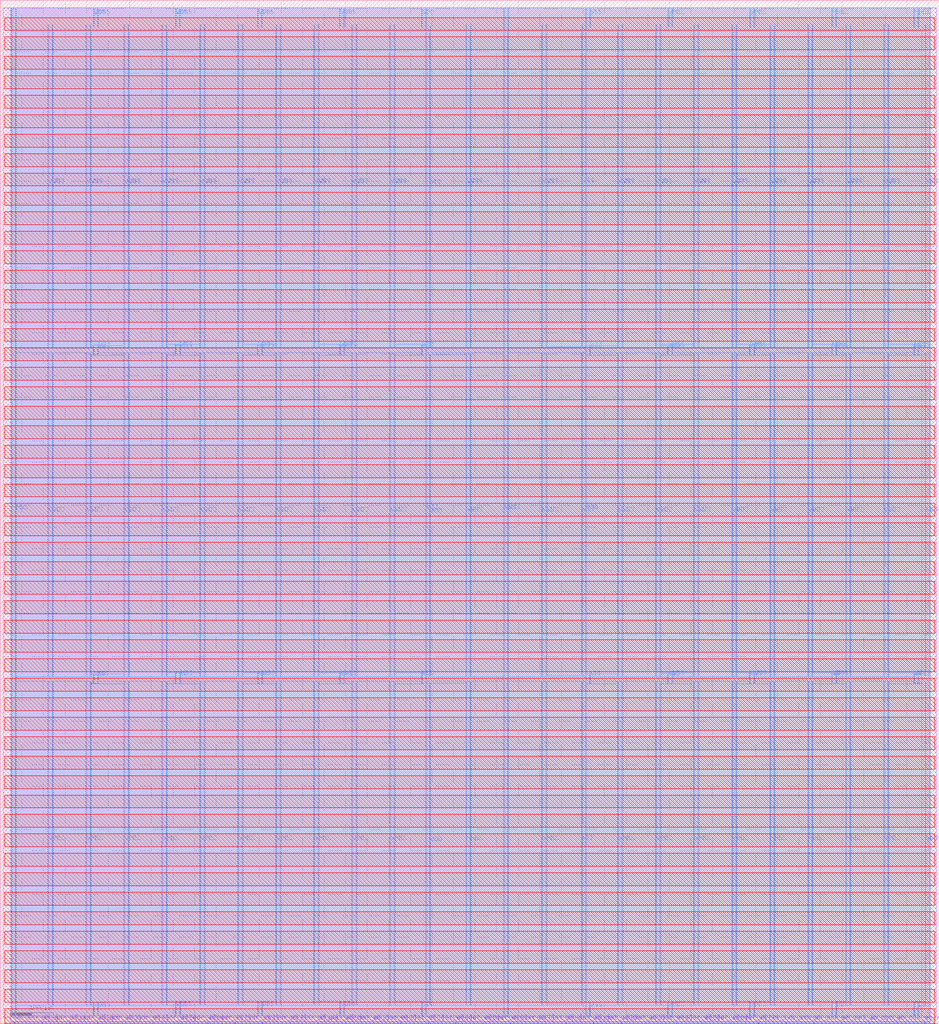
<source format=lef>
VERSION 5.7 ;
  NOWIREEXTENSIONATPIN ON ;
  DIVIDERCHAR "/" ;
  BUSBITCHARS "[]" ;
MACRO efuse_ctrl
  CLASS BLOCK ;
  FOREIGN efuse_ctrl ;
  ORIGIN 0.000 0.000 ;
  SIZE 2175.000 BY 2370.000 ;
  PIN VDD
    DIRECTION INOUT ;
    USE POWER ;
    PORT
      LAYER Metal4 ;
        RECT 25.920 15.380 27.520 2352.300 ;
    END
    PORT
      LAYER Metal4 ;
        RECT 215.920 15.380 217.520 49.720 ;
    END
    PORT
      LAYER Metal4 ;
        RECT 215.920 788.115 217.520 809.720 ;
    END
    PORT
      LAYER Metal4 ;
        RECT 215.920 1548.115 217.520 1569.720 ;
    END
    PORT
      LAYER Metal4 ;
        RECT 215.920 2308.115 217.520 2352.300 ;
    END
    PORT
      LAYER Metal4 ;
        RECT 405.920 15.380 407.520 52.245 ;
    END
    PORT
      LAYER Metal4 ;
        RECT 405.920 787.505 407.520 812.245 ;
    END
    PORT
      LAYER Metal4 ;
        RECT 405.920 1547.505 407.520 1572.245 ;
    END
    PORT
      LAYER Metal4 ;
        RECT 405.920 2307.505 407.520 2352.300 ;
    END
    PORT
      LAYER Metal4 ;
        RECT 595.920 15.380 597.520 52.270 ;
    END
    PORT
      LAYER Metal4 ;
        RECT 595.920 787.505 597.520 812.270 ;
    END
    PORT
      LAYER Metal4 ;
        RECT 595.920 1547.505 597.520 1572.270 ;
    END
    PORT
      LAYER Metal4 ;
        RECT 595.920 2307.505 597.520 2352.300 ;
    END
    PORT
      LAYER Metal4 ;
        RECT 785.920 15.380 787.520 52.270 ;
    END
    PORT
      LAYER Metal4 ;
        RECT 785.920 787.530 787.520 812.270 ;
    END
    PORT
      LAYER Metal4 ;
        RECT 785.920 1547.530 787.520 1572.270 ;
    END
    PORT
      LAYER Metal4 ;
        RECT 785.920 2307.530 787.520 2352.300 ;
    END
    PORT
      LAYER Metal4 ;
        RECT 975.920 15.380 977.520 52.245 ;
    END
    PORT
      LAYER Metal4 ;
        RECT 975.920 787.505 977.520 812.245 ;
    END
    PORT
      LAYER Metal4 ;
        RECT 975.920 1547.505 977.520 1572.245 ;
    END
    PORT
      LAYER Metal4 ;
        RECT 975.920 2307.505 977.520 2352.300 ;
    END
    PORT
      LAYER Metal4 ;
        RECT 1165.920 15.380 1167.520 2352.300 ;
    END
    PORT
      LAYER Metal4 ;
        RECT 1355.920 15.380 1357.520 2352.300 ;
    END
    PORT
      LAYER Metal4 ;
        RECT 1545.920 15.380 1547.520 49.720 ;
    END
    PORT
      LAYER Metal4 ;
        RECT 1545.920 787.530 1547.520 809.720 ;
    END
    PORT
      LAYER Metal4 ;
        RECT 1545.920 1547.530 1547.520 1569.720 ;
    END
    PORT
      LAYER Metal4 ;
        RECT 1545.920 2307.530 1547.520 2352.300 ;
    END
    PORT
      LAYER Metal4 ;
        RECT 1735.920 15.380 1737.520 52.270 ;
    END
    PORT
      LAYER Metal4 ;
        RECT 1735.920 787.505 1737.520 812.270 ;
    END
    PORT
      LAYER Metal4 ;
        RECT 1735.920 1547.505 1737.520 1572.270 ;
    END
    PORT
      LAYER Metal4 ;
        RECT 1735.920 2307.505 1737.520 2352.300 ;
    END
    PORT
      LAYER Metal4 ;
        RECT 1925.920 15.380 1927.520 52.270 ;
    END
    PORT
      LAYER Metal4 ;
        RECT 1925.920 787.505 1927.520 812.270 ;
    END
    PORT
      LAYER Metal4 ;
        RECT 1925.920 1547.505 1927.520 1572.270 ;
    END
    PORT
      LAYER Metal4 ;
        RECT 1925.920 2307.505 1927.520 2352.300 ;
    END
    PORT
      LAYER Metal4 ;
        RECT 2115.920 15.380 2117.520 52.270 ;
    END
    PORT
      LAYER Metal4 ;
        RECT 2115.920 787.530 2117.520 812.270 ;
    END
    PORT
      LAYER Metal4 ;
        RECT 2115.920 1547.530 2117.520 1572.270 ;
    END
    PORT
      LAYER Metal4 ;
        RECT 2115.920 2307.530 2117.520 2352.300 ;
    END
    PORT
      LAYER Metal4 ;
        RECT 110.360 42.820 111.960 792.140 ;
    END
    PORT
      LAYER Metal4 ;
        RECT 198.280 803.300 199.880 1552.620 ;
    END
    PORT
      LAYER Metal4 ;
        RECT 286.200 1563.780 287.800 2313.100 ;
    END
    PORT
      LAYER Metal4 ;
        RECT 110.360 803.300 111.960 1552.620 ;
    END
    PORT
      LAYER Metal4 ;
        RECT 198.280 42.820 199.880 792.140 ;
    END
    PORT
      LAYER Metal4 ;
        RECT 374.120 1563.780 375.720 2313.100 ;
    END
    PORT
      LAYER Metal4 ;
        RECT 110.360 1563.780 111.960 2313.100 ;
    END
    PORT
      LAYER Metal4 ;
        RECT 286.200 42.820 287.800 792.140 ;
    END
    PORT
      LAYER Metal4 ;
        RECT 374.120 803.300 375.720 1552.620 ;
    END
    PORT
      LAYER Metal4 ;
        RECT 198.280 1563.780 199.880 2313.100 ;
    END
    PORT
      LAYER Metal4 ;
        RECT 286.200 803.300 287.800 1552.620 ;
    END
    PORT
      LAYER Metal4 ;
        RECT 374.120 42.820 375.720 792.140 ;
    END
    PORT
      LAYER Metal4 ;
        RECT 462.600 42.820 464.200 792.140 ;
    END
    PORT
      LAYER Metal4 ;
        RECT 550.520 803.300 552.120 1552.620 ;
    END
    PORT
      LAYER Metal4 ;
        RECT 638.440 1563.780 640.040 2313.100 ;
    END
    PORT
      LAYER Metal4 ;
        RECT 462.600 803.300 464.200 1552.620 ;
    END
    PORT
      LAYER Metal4 ;
        RECT 550.520 42.820 552.120 792.140 ;
    END
    PORT
      LAYER Metal4 ;
        RECT 726.360 1563.780 727.960 2313.100 ;
    END
    PORT
      LAYER Metal4 ;
        RECT 462.600 1563.780 464.200 2313.100 ;
    END
    PORT
      LAYER Metal4 ;
        RECT 638.440 42.820 640.040 792.140 ;
    END
    PORT
      LAYER Metal4 ;
        RECT 726.360 803.300 727.960 1552.620 ;
    END
    PORT
      LAYER Metal4 ;
        RECT 550.520 1563.780 552.120 2313.100 ;
    END
    PORT
      LAYER Metal4 ;
        RECT 638.440 803.300 640.040 1552.620 ;
    END
    PORT
      LAYER Metal4 ;
        RECT 726.360 42.820 727.960 792.140 ;
    END
    PORT
      LAYER Metal4 ;
        RECT 814.280 42.820 815.880 792.140 ;
    END
    PORT
      LAYER Metal4 ;
        RECT 902.200 803.300 903.800 1552.620 ;
    END
    PORT
      LAYER Metal4 ;
        RECT 995.160 1563.780 996.760 2309.180 ;
    END
    PORT
      LAYER Metal4 ;
        RECT 814.280 803.300 815.880 1552.620 ;
    END
    PORT
      LAYER Metal4 ;
        RECT 902.200 42.820 903.800 792.140 ;
    END
    PORT
      LAYER Metal4 ;
        RECT 1078.600 1563.780 1080.200 2313.100 ;
    END
    PORT
      LAYER Metal4 ;
        RECT 814.280 1563.780 815.880 2313.100 ;
    END
    PORT
      LAYER Metal4 ;
        RECT 995.160 42.820 996.760 788.220 ;
    END
    PORT
      LAYER Metal4 ;
        RECT 1078.600 803.300 1080.200 1552.620 ;
    END
    PORT
      LAYER Metal4 ;
        RECT 902.200 1563.780 903.800 2313.100 ;
    END
    PORT
      LAYER Metal4 ;
        RECT 995.160 803.300 996.760 1548.700 ;
    END
    PORT
      LAYER Metal4 ;
        RECT 1078.600 42.820 1080.200 792.140 ;
    END
    PORT
      LAYER Metal4 ;
        RECT 1254.440 42.820 1256.040 792.140 ;
    END
    PORT
      LAYER Metal4 ;
        RECT 1430.280 1563.780 1431.880 2313.100 ;
    END
    PORT
      LAYER Metal4 ;
        RECT 1254.440 803.300 1256.040 1552.620 ;
    END
    PORT
      LAYER Metal4 ;
        RECT 1518.200 1563.780 1519.800 2313.100 ;
    END
    PORT
      LAYER Metal4 ;
        RECT 1254.440 1563.780 1256.040 2313.100 ;
    END
    PORT
      LAYER Metal4 ;
        RECT 1430.280 42.820 1431.880 792.140 ;
    END
    PORT
      LAYER Metal4 ;
        RECT 1518.200 803.300 1519.800 1552.620 ;
    END
    PORT
      LAYER Metal4 ;
        RECT 1430.280 803.300 1431.880 1552.620 ;
    END
    PORT
      LAYER Metal4 ;
        RECT 1518.200 42.820 1519.800 792.140 ;
    END
    PORT
      LAYER Metal4 ;
        RECT 1606.120 42.820 1607.720 792.140 ;
    END
    PORT
      LAYER Metal4 ;
        RECT 1694.600 803.300 1696.200 1552.620 ;
    END
    PORT
      LAYER Metal4 ;
        RECT 1782.520 1563.780 1784.120 2313.100 ;
    END
    PORT
      LAYER Metal4 ;
        RECT 1606.120 803.300 1607.720 1552.620 ;
    END
    PORT
      LAYER Metal4 ;
        RECT 1694.600 42.820 1696.200 792.140 ;
    END
    PORT
      LAYER Metal4 ;
        RECT 1870.440 1563.780 1872.040 2313.100 ;
    END
    PORT
      LAYER Metal4 ;
        RECT 1606.120 1563.780 1607.720 2313.100 ;
    END
    PORT
      LAYER Metal4 ;
        RECT 1782.520 42.820 1784.120 792.140 ;
    END
    PORT
      LAYER Metal4 ;
        RECT 1870.440 803.300 1872.040 1552.620 ;
    END
    PORT
      LAYER Metal4 ;
        RECT 1694.600 1563.780 1696.200 2313.100 ;
    END
    PORT
      LAYER Metal4 ;
        RECT 1782.520 803.300 1784.120 1552.620 ;
    END
    PORT
      LAYER Metal4 ;
        RECT 1870.440 42.820 1872.040 792.140 ;
    END
    PORT
      LAYER Metal4 ;
        RECT 1958.360 42.820 1959.960 792.140 ;
    END
    PORT
      LAYER Metal4 ;
        RECT 2046.280 803.300 2047.880 1552.620 ;
    END
    PORT
      LAYER Metal4 ;
        RECT 2142.600 1563.780 2144.200 2313.100 ;
    END
    PORT
      LAYER Metal4 ;
        RECT 1958.360 803.300 1959.960 1552.620 ;
    END
    PORT
      LAYER Metal4 ;
        RECT 2046.280 42.820 2047.880 792.140 ;
    END
    PORT
      LAYER Metal4 ;
        RECT 1958.360 1563.780 1959.960 2313.100 ;
    END
    PORT
      LAYER Metal4 ;
        RECT 2142.600 42.820 2144.200 792.140 ;
    END
    PORT
      LAYER Metal4 ;
        RECT 2046.280 1563.780 2047.880 2313.100 ;
    END
    PORT
      LAYER Metal4 ;
        RECT 2142.600 803.300 2144.200 1552.620 ;
    END
  END VDD
  PIN VSS
    DIRECTION INOUT ;
    USE GROUND ;
    PORT
      LAYER Metal4 ;
        RECT 35.520 15.380 37.120 2352.300 ;
    END
    PORT
      LAYER Metal4 ;
        RECT 225.520 15.380 227.120 49.720 ;
    END
    PORT
      LAYER Metal4 ;
        RECT 225.520 787.530 227.120 809.720 ;
    END
    PORT
      LAYER Metal4 ;
        RECT 225.520 1547.530 227.120 1569.720 ;
    END
    PORT
      LAYER Metal4 ;
        RECT 225.520 2307.530 227.120 2352.300 ;
    END
    PORT
      LAYER Metal4 ;
        RECT 415.520 15.380 417.120 52.270 ;
    END
    PORT
      LAYER Metal4 ;
        RECT 415.520 787.505 417.120 812.270 ;
    END
    PORT
      LAYER Metal4 ;
        RECT 415.520 1547.505 417.120 1572.270 ;
    END
    PORT
      LAYER Metal4 ;
        RECT 415.520 2307.505 417.120 2352.300 ;
    END
    PORT
      LAYER Metal4 ;
        RECT 605.520 15.380 607.120 52.270 ;
    END
    PORT
      LAYER Metal4 ;
        RECT 605.520 787.505 607.120 812.270 ;
    END
    PORT
      LAYER Metal4 ;
        RECT 605.520 1547.505 607.120 1572.270 ;
    END
    PORT
      LAYER Metal4 ;
        RECT 605.520 2307.505 607.120 2352.300 ;
    END
    PORT
      LAYER Metal4 ;
        RECT 795.520 15.380 797.120 52.270 ;
    END
    PORT
      LAYER Metal4 ;
        RECT 795.520 787.530 797.120 812.270 ;
    END
    PORT
      LAYER Metal4 ;
        RECT 795.520 1547.530 797.120 1572.270 ;
    END
    PORT
      LAYER Metal4 ;
        RECT 795.520 2307.530 797.120 2352.300 ;
    END
    PORT
      LAYER Metal4 ;
        RECT 985.520 15.380 987.120 2352.300 ;
    END
    PORT
      LAYER Metal4 ;
        RECT 1175.520 15.380 1177.120 2352.300 ;
    END
    PORT
      LAYER Metal4 ;
        RECT 1365.520 15.380 1367.120 49.720 ;
    END
    PORT
      LAYER Metal4 ;
        RECT 1365.520 787.530 1367.120 809.720 ;
    END
    PORT
      LAYER Metal4 ;
        RECT 1365.520 1547.530 1367.120 1569.720 ;
    END
    PORT
      LAYER Metal4 ;
        RECT 1365.520 2307.530 1367.120 2352.300 ;
    END
    PORT
      LAYER Metal4 ;
        RECT 1555.520 15.380 1557.120 52.270 ;
    END
    PORT
      LAYER Metal4 ;
        RECT 1555.520 787.505 1557.120 812.270 ;
    END
    PORT
      LAYER Metal4 ;
        RECT 1555.520 1547.505 1557.120 1572.270 ;
    END
    PORT
      LAYER Metal4 ;
        RECT 1555.520 2307.505 1557.120 2352.300 ;
    END
    PORT
      LAYER Metal4 ;
        RECT 1745.520 15.380 1747.120 52.270 ;
    END
    PORT
      LAYER Metal4 ;
        RECT 1745.520 787.505 1747.120 812.270 ;
    END
    PORT
      LAYER Metal4 ;
        RECT 1745.520 1547.505 1747.120 1572.270 ;
    END
    PORT
      LAYER Metal4 ;
        RECT 1745.520 2307.505 1747.120 2352.300 ;
    END
    PORT
      LAYER Metal4 ;
        RECT 1935.520 15.380 1937.120 52.270 ;
    END
    PORT
      LAYER Metal4 ;
        RECT 1935.520 787.530 1937.120 812.270 ;
    END
    PORT
      LAYER Metal4 ;
        RECT 1935.520 1547.530 1937.120 1572.270 ;
    END
    PORT
      LAYER Metal4 ;
        RECT 1935.520 2307.530 1937.120 2352.300 ;
    END
    PORT
      LAYER Metal4 ;
        RECT 2125.520 15.380 2127.120 50.510 ;
    END
    PORT
      LAYER Metal4 ;
        RECT 2125.520 788.115 2127.120 810.510 ;
    END
    PORT
      LAYER Metal4 ;
        RECT 2125.520 1548.115 2127.120 1570.510 ;
    END
    PORT
      LAYER Metal4 ;
        RECT 2125.520 2308.115 2127.120 2352.300 ;
    END
    PORT
      LAYER Metal4 ;
        RECT 120.440 42.820 122.040 792.140 ;
    END
    PORT
      LAYER Metal4 ;
        RECT 208.360 803.300 209.960 1552.620 ;
    END
    PORT
      LAYER Metal4 ;
        RECT 296.280 1563.780 297.880 2313.100 ;
    END
    PORT
      LAYER Metal4 ;
        RECT 120.440 803.300 122.040 1552.620 ;
    END
    PORT
      LAYER Metal4 ;
        RECT 208.360 42.820 209.960 792.140 ;
    END
    PORT
      LAYER Metal4 ;
        RECT 384.200 1563.780 385.800 2313.100 ;
    END
    PORT
      LAYER Metal4 ;
        RECT 120.440 1563.780 122.040 2313.100 ;
    END
    PORT
      LAYER Metal4 ;
        RECT 296.280 42.820 297.880 792.140 ;
    END
    PORT
      LAYER Metal4 ;
        RECT 384.200 803.300 385.800 1552.620 ;
    END
    PORT
      LAYER Metal4 ;
        RECT 208.360 1563.780 209.960 2313.100 ;
    END
    PORT
      LAYER Metal4 ;
        RECT 296.280 803.300 297.880 1552.620 ;
    END
    PORT
      LAYER Metal4 ;
        RECT 384.200 42.820 385.800 792.140 ;
    END
    PORT
      LAYER Metal4 ;
        RECT 472.680 42.820 474.280 792.140 ;
    END
    PORT
      LAYER Metal4 ;
        RECT 560.600 803.300 562.200 1552.620 ;
    END
    PORT
      LAYER Metal4 ;
        RECT 648.520 1563.780 650.120 2313.100 ;
    END
    PORT
      LAYER Metal4 ;
        RECT 472.680 803.300 474.280 1552.620 ;
    END
    PORT
      LAYER Metal4 ;
        RECT 560.600 42.820 562.200 792.140 ;
    END
    PORT
      LAYER Metal4 ;
        RECT 736.440 1563.780 738.040 2313.100 ;
    END
    PORT
      LAYER Metal4 ;
        RECT 472.680 1563.780 474.280 2313.100 ;
    END
    PORT
      LAYER Metal4 ;
        RECT 648.520 42.820 650.120 792.140 ;
    END
    PORT
      LAYER Metal4 ;
        RECT 736.440 803.300 738.040 1552.620 ;
    END
    PORT
      LAYER Metal4 ;
        RECT 560.600 1563.780 562.200 2313.100 ;
    END
    PORT
      LAYER Metal4 ;
        RECT 648.520 803.300 650.120 1552.620 ;
    END
    PORT
      LAYER Metal4 ;
        RECT 736.440 42.820 738.040 792.140 ;
    END
    PORT
      LAYER Metal4 ;
        RECT 824.360 42.820 825.960 792.140 ;
    END
    PORT
      LAYER Metal4 ;
        RECT 912.280 803.300 913.880 1552.620 ;
    END
    PORT
      LAYER Metal4 ;
        RECT 824.360 803.300 825.960 1552.620 ;
    END
    PORT
      LAYER Metal4 ;
        RECT 912.280 42.820 913.880 792.140 ;
    END
    PORT
      LAYER Metal4 ;
        RECT 1088.680 1563.780 1090.280 2313.100 ;
    END
    PORT
      LAYER Metal4 ;
        RECT 824.360 1563.780 825.960 2313.100 ;
    END
    PORT
      LAYER Metal4 ;
        RECT 1088.680 803.300 1090.280 1552.620 ;
    END
    PORT
      LAYER Metal4 ;
        RECT 912.280 1563.780 913.880 2313.100 ;
    END
    PORT
      LAYER Metal4 ;
        RECT 1088.680 42.820 1090.280 792.140 ;
    END
    PORT
      LAYER Metal4 ;
        RECT 1264.520 42.820 1266.120 792.140 ;
    END
    PORT
      LAYER Metal4 ;
        RECT 1346.840 807.220 1348.440 1552.620 ;
    END
    PORT
      LAYER Metal4 ;
        RECT 1440.360 1563.780 1441.960 2313.100 ;
    END
    PORT
      LAYER Metal4 ;
        RECT 1264.520 803.300 1266.120 1552.620 ;
    END
    PORT
      LAYER Metal4 ;
        RECT 1346.840 46.740 1348.440 792.140 ;
    END
    PORT
      LAYER Metal4 ;
        RECT 1528.280 1563.780 1529.880 2313.100 ;
    END
    PORT
      LAYER Metal4 ;
        RECT 1264.520 1563.780 1266.120 2313.100 ;
    END
    PORT
      LAYER Metal4 ;
        RECT 1440.360 42.820 1441.960 792.140 ;
    END
    PORT
      LAYER Metal4 ;
        RECT 1528.280 803.300 1529.880 1552.620 ;
    END
    PORT
      LAYER Metal4 ;
        RECT 1346.840 1567.700 1348.440 2313.100 ;
    END
    PORT
      LAYER Metal4 ;
        RECT 1440.360 803.300 1441.960 1552.620 ;
    END
    PORT
      LAYER Metal4 ;
        RECT 1528.280 42.820 1529.880 792.140 ;
    END
    PORT
      LAYER Metal4 ;
        RECT 1616.200 42.820 1617.800 792.140 ;
    END
    PORT
      LAYER Metal4 ;
        RECT 1704.680 803.300 1706.280 1552.620 ;
    END
    PORT
      LAYER Metal4 ;
        RECT 1792.600 1563.780 1794.200 2313.100 ;
    END
    PORT
      LAYER Metal4 ;
        RECT 1616.200 803.300 1617.800 1552.620 ;
    END
    PORT
      LAYER Metal4 ;
        RECT 1704.680 42.820 1706.280 792.140 ;
    END
    PORT
      LAYER Metal4 ;
        RECT 1880.520 1563.780 1882.120 2313.100 ;
    END
    PORT
      LAYER Metal4 ;
        RECT 1616.200 1563.780 1617.800 2313.100 ;
    END
    PORT
      LAYER Metal4 ;
        RECT 1792.600 42.820 1794.200 792.140 ;
    END
    PORT
      LAYER Metal4 ;
        RECT 1880.520 803.300 1882.120 1552.620 ;
    END
    PORT
      LAYER Metal4 ;
        RECT 1704.680 1563.780 1706.280 2313.100 ;
    END
    PORT
      LAYER Metal4 ;
        RECT 1792.600 803.300 1794.200 1552.620 ;
    END
    PORT
      LAYER Metal4 ;
        RECT 1880.520 42.820 1882.120 792.140 ;
    END
    PORT
      LAYER Metal4 ;
        RECT 1968.440 42.820 1970.040 792.140 ;
    END
    PORT
      LAYER Metal4 ;
        RECT 2056.360 803.300 2057.960 1552.620 ;
    END
    PORT
      LAYER Metal4 ;
        RECT 2152.680 1563.780 2154.280 2313.100 ;
    END
    PORT
      LAYER Metal4 ;
        RECT 1968.440 803.300 1970.040 1552.620 ;
    END
    PORT
      LAYER Metal4 ;
        RECT 2056.360 42.820 2057.960 792.140 ;
    END
    PORT
      LAYER Metal4 ;
        RECT 1968.440 1563.780 1970.040 2313.100 ;
    END
    PORT
      LAYER Metal4 ;
        RECT 2152.680 42.820 2154.280 792.140 ;
    END
    PORT
      LAYER Metal4 ;
        RECT 2056.360 1563.780 2057.960 2313.100 ;
    END
    PORT
      LAYER Metal4 ;
        RECT 2152.680 803.300 2154.280 1552.620 ;
    END
  END VSS
  PIN wb_ack_o
    DIRECTION OUTPUT TRISTATE ;
    USE SIGNAL ;
    PORT
      LAYER Metal2 ;
        RECT 1884.960 0.000 1885.520 4.000 ;
    END
  END wb_ack_o
  PIN wb_adr_i[0]
    DIRECTION INPUT ;
    USE SIGNAL ;
    PORT
      LAYER Metal2 ;
        RECT 33.600 0.000 34.160 4.000 ;
    END
  END wb_adr_i[0]
  PIN wb_adr_i[10]
    DIRECTION INPUT ;
    USE SIGNAL ;
    PORT
      LAYER Metal2 ;
        RECT 672.000 0.000 672.560 4.000 ;
    END
  END wb_adr_i[10]
  PIN wb_adr_i[1]
    DIRECTION INPUT ;
    USE SIGNAL ;
    PORT
      LAYER Metal2 ;
        RECT 97.440 0.000 98.000 4.000 ;
    END
  END wb_adr_i[1]
  PIN wb_adr_i[2]
    DIRECTION INPUT ;
    USE SIGNAL ;
    PORT
      LAYER Metal2 ;
        RECT 161.280 0.000 161.840 4.000 ;
    END
  END wb_adr_i[2]
  PIN wb_adr_i[3]
    DIRECTION INPUT ;
    USE SIGNAL ;
    PORT
      LAYER Metal2 ;
        RECT 225.120 0.000 225.680 4.000 ;
    END
  END wb_adr_i[3]
  PIN wb_adr_i[4]
    DIRECTION INPUT ;
    USE SIGNAL ;
    PORT
      LAYER Metal2 ;
        RECT 288.960 0.000 289.520 4.000 ;
    END
  END wb_adr_i[4]
  PIN wb_adr_i[5]
    DIRECTION INPUT ;
    USE SIGNAL ;
    PORT
      LAYER Metal2 ;
        RECT 352.800 0.000 353.360 4.000 ;
    END
  END wb_adr_i[5]
  PIN wb_adr_i[6]
    DIRECTION INPUT ;
    USE SIGNAL ;
    PORT
      LAYER Metal2 ;
        RECT 416.640 0.000 417.200 4.000 ;
    END
  END wb_adr_i[6]
  PIN wb_adr_i[7]
    DIRECTION INPUT ;
    USE SIGNAL ;
    PORT
      LAYER Metal2 ;
        RECT 480.480 0.000 481.040 4.000 ;
    END
  END wb_adr_i[7]
  PIN wb_adr_i[8]
    DIRECTION INPUT ;
    USE SIGNAL ;
    PORT
      LAYER Metal2 ;
        RECT 544.320 0.000 544.880 4.000 ;
    END
  END wb_adr_i[8]
  PIN wb_adr_i[9]
    DIRECTION INPUT ;
    USE SIGNAL ;
    PORT
      LAYER Metal2 ;
        RECT 608.160 0.000 608.720 4.000 ;
    END
  END wb_adr_i[9]
  PIN wb_clk_i
    DIRECTION INPUT ;
    USE SIGNAL ;
    PORT
      LAYER Metal2 ;
        RECT 2076.480 0.000 2077.040 4.000 ;
    END
  END wb_clk_i
  PIN wb_cyc_i
    DIRECTION INPUT ;
    USE SIGNAL ;
    PORT
      LAYER Metal2 ;
        RECT 2012.640 0.000 2013.200 4.000 ;
    END
  END wb_cyc_i
  PIN wb_dat_i[0]
    DIRECTION INPUT ;
    USE SIGNAL ;
    PORT
      LAYER Metal2 ;
        RECT 1246.560 0.000 1247.120 4.000 ;
    END
  END wb_dat_i[0]
  PIN wb_dat_i[1]
    DIRECTION INPUT ;
    USE SIGNAL ;
    PORT
      LAYER Metal2 ;
        RECT 1310.400 0.000 1310.960 4.000 ;
    END
  END wb_dat_i[1]
  PIN wb_dat_i[2]
    DIRECTION INPUT ;
    USE SIGNAL ;
    PORT
      LAYER Metal2 ;
        RECT 1374.240 0.000 1374.800 4.000 ;
    END
  END wb_dat_i[2]
  PIN wb_dat_i[3]
    DIRECTION INPUT ;
    USE SIGNAL ;
    PORT
      LAYER Metal2 ;
        RECT 1438.080 0.000 1438.640 4.000 ;
    END
  END wb_dat_i[3]
  PIN wb_dat_i[4]
    DIRECTION INPUT ;
    USE SIGNAL ;
    PORT
      LAYER Metal2 ;
        RECT 1501.920 0.000 1502.480 4.000 ;
    END
  END wb_dat_i[4]
  PIN wb_dat_i[5]
    DIRECTION INPUT ;
    USE SIGNAL ;
    PORT
      LAYER Metal2 ;
        RECT 1565.760 0.000 1566.320 4.000 ;
    END
  END wb_dat_i[5]
  PIN wb_dat_i[6]
    DIRECTION INPUT ;
    USE SIGNAL ;
    PORT
      LAYER Metal2 ;
        RECT 1629.600 0.000 1630.160 4.000 ;
    END
  END wb_dat_i[6]
  PIN wb_dat_i[7]
    DIRECTION INPUT ;
    USE SIGNAL ;
    PORT
      LAYER Metal2 ;
        RECT 1693.440 0.000 1694.000 4.000 ;
    END
  END wb_dat_i[7]
  PIN wb_dat_o[0]
    DIRECTION OUTPUT TRISTATE ;
    USE SIGNAL ;
    PORT
      LAYER Metal2 ;
        RECT 735.840 0.000 736.400 4.000 ;
    END
  END wb_dat_o[0]
  PIN wb_dat_o[1]
    DIRECTION OUTPUT TRISTATE ;
    USE SIGNAL ;
    PORT
      LAYER Metal2 ;
        RECT 799.680 0.000 800.240 4.000 ;
    END
  END wb_dat_o[1]
  PIN wb_dat_o[2]
    DIRECTION OUTPUT TRISTATE ;
    USE SIGNAL ;
    PORT
      LAYER Metal2 ;
        RECT 863.520 0.000 864.080 4.000 ;
    END
  END wb_dat_o[2]
  PIN wb_dat_o[3]
    DIRECTION OUTPUT TRISTATE ;
    USE SIGNAL ;
    PORT
      LAYER Metal2 ;
        RECT 927.360 0.000 927.920 4.000 ;
    END
  END wb_dat_o[3]
  PIN wb_dat_o[4]
    DIRECTION OUTPUT TRISTATE ;
    USE SIGNAL ;
    PORT
      LAYER Metal2 ;
        RECT 991.200 0.000 991.760 4.000 ;
    END
  END wb_dat_o[4]
  PIN wb_dat_o[5]
    DIRECTION OUTPUT TRISTATE ;
    USE SIGNAL ;
    PORT
      LAYER Metal2 ;
        RECT 1055.040 0.000 1055.600 4.000 ;
    END
  END wb_dat_o[5]
  PIN wb_dat_o[6]
    DIRECTION OUTPUT TRISTATE ;
    USE SIGNAL ;
    PORT
      LAYER Metal2 ;
        RECT 1118.880 0.000 1119.440 4.000 ;
    END
  END wb_dat_o[6]
  PIN wb_dat_o[7]
    DIRECTION OUTPUT TRISTATE ;
    USE SIGNAL ;
    PORT
      LAYER Metal2 ;
        RECT 1182.720 0.000 1183.280 4.000 ;
    END
  END wb_dat_o[7]
  PIN wb_rst_i
    DIRECTION INPUT ;
    USE SIGNAL ;
    PORT
      LAYER Metal2 ;
        RECT 2140.320 0.000 2140.880 4.000 ;
    END
  END wb_rst_i
  PIN wb_sel_i
    DIRECTION INPUT ;
    USE SIGNAL ;
    PORT
      LAYER Metal2 ;
        RECT 1948.800 0.000 1949.360 4.000 ;
    END
  END wb_sel_i
  PIN wb_stb_i
    DIRECTION INPUT ;
    USE SIGNAL ;
    PORT
      LAYER Metal2 ;
        RECT 1821.120 0.000 1821.680 4.000 ;
    END
  END wb_stb_i
  PIN wb_we_i
    DIRECTION INPUT ;
    USE SIGNAL ;
    PORT
      LAYER Metal2 ;
        RECT 1757.280 0.000 1757.840 4.000 ;
    END
  END wb_we_i
  OBS
      LAYER Metal1 ;
        RECT 6.720 15.380 2167.760 2352.300 ;
      LAYER Metal2 ;
        RECT 24.780 4.300 2154.140 2352.190 ;
        RECT 24.780 3.500 33.300 4.300 ;
        RECT 34.460 3.500 97.140 4.300 ;
        RECT 98.300 3.500 160.980 4.300 ;
        RECT 162.140 3.500 224.820 4.300 ;
        RECT 225.980 3.500 288.660 4.300 ;
        RECT 289.820 3.500 352.500 4.300 ;
        RECT 353.660 3.500 416.340 4.300 ;
        RECT 417.500 3.500 480.180 4.300 ;
        RECT 481.340 3.500 544.020 4.300 ;
        RECT 545.180 3.500 607.860 4.300 ;
        RECT 609.020 3.500 671.700 4.300 ;
        RECT 672.860 3.500 735.540 4.300 ;
        RECT 736.700 3.500 799.380 4.300 ;
        RECT 800.540 3.500 863.220 4.300 ;
        RECT 864.380 3.500 927.060 4.300 ;
        RECT 928.220 3.500 990.900 4.300 ;
        RECT 992.060 3.500 1054.740 4.300 ;
        RECT 1055.900 3.500 1118.580 4.300 ;
        RECT 1119.740 3.500 1182.420 4.300 ;
        RECT 1183.580 3.500 1246.260 4.300 ;
        RECT 1247.420 3.500 1310.100 4.300 ;
        RECT 1311.260 3.500 1373.940 4.300 ;
        RECT 1375.100 3.500 1437.780 4.300 ;
        RECT 1438.940 3.500 1501.620 4.300 ;
        RECT 1502.780 3.500 1565.460 4.300 ;
        RECT 1566.620 3.500 1629.300 4.300 ;
        RECT 1630.460 3.500 1693.140 4.300 ;
        RECT 1694.300 3.500 1756.980 4.300 ;
        RECT 1758.140 3.500 1820.820 4.300 ;
        RECT 1821.980 3.500 1884.660 4.300 ;
        RECT 1885.820 3.500 1948.500 4.300 ;
        RECT 1949.660 3.500 2012.340 4.300 ;
        RECT 2013.500 3.500 2076.180 4.300 ;
        RECT 2077.340 3.500 2140.020 4.300 ;
        RECT 2141.180 3.500 2154.140 4.300 ;
      LAYER Metal3 ;
        RECT 24.170 15.540 2154.190 2352.140 ;
      LAYER Metal4 ;
        RECT 24.220 18.010 25.620 2297.835 ;
        RECT 27.820 18.010 35.220 2297.835 ;
        RECT 37.420 1563.480 110.060 2297.835 ;
        RECT 112.260 1563.480 120.140 2297.835 ;
        RECT 122.340 1563.480 197.980 2297.835 ;
        RECT 200.180 1563.480 208.060 2297.835 ;
        RECT 210.260 1570.020 285.900 2297.835 ;
        RECT 210.260 1563.480 215.620 1570.020 ;
        RECT 37.420 1552.920 215.620 1563.480 ;
        RECT 37.420 803.000 110.060 1552.920 ;
        RECT 112.260 803.000 120.140 1552.920 ;
        RECT 122.340 803.000 197.980 1552.920 ;
        RECT 200.180 803.000 208.060 1552.920 ;
        RECT 210.260 1547.815 215.620 1552.920 ;
        RECT 217.820 1547.815 225.220 1570.020 ;
        RECT 210.260 1547.230 225.220 1547.815 ;
        RECT 227.420 1563.480 285.900 1570.020 ;
        RECT 288.100 1563.480 295.980 2297.835 ;
        RECT 298.180 1563.480 373.820 2297.835 ;
        RECT 376.020 1563.480 383.900 2297.835 ;
        RECT 386.100 1572.570 462.300 2297.835 ;
        RECT 386.100 1572.545 415.220 1572.570 ;
        RECT 386.100 1563.480 405.620 1572.545 ;
        RECT 227.420 1552.920 405.620 1563.480 ;
        RECT 227.420 1547.230 285.900 1552.920 ;
        RECT 210.260 810.020 285.900 1547.230 ;
        RECT 210.260 803.000 215.620 810.020 ;
        RECT 37.420 792.440 215.620 803.000 ;
        RECT 37.420 42.520 110.060 792.440 ;
        RECT 112.260 42.520 120.140 792.440 ;
        RECT 122.340 42.520 197.980 792.440 ;
        RECT 200.180 42.520 208.060 792.440 ;
        RECT 210.260 787.815 215.620 792.440 ;
        RECT 217.820 787.815 225.220 810.020 ;
        RECT 210.260 787.230 225.220 787.815 ;
        RECT 227.420 803.000 285.900 810.020 ;
        RECT 288.100 803.000 295.980 1552.920 ;
        RECT 298.180 803.000 373.820 1552.920 ;
        RECT 376.020 803.000 383.900 1552.920 ;
        RECT 386.100 1547.205 405.620 1552.920 ;
        RECT 407.820 1547.205 415.220 1572.545 ;
        RECT 417.420 1563.480 462.300 1572.570 ;
        RECT 464.500 1563.480 472.380 2297.835 ;
        RECT 474.580 1563.480 550.220 2297.835 ;
        RECT 552.420 1563.480 560.300 2297.835 ;
        RECT 562.500 1572.570 638.140 2297.835 ;
        RECT 562.500 1563.480 595.620 1572.570 ;
        RECT 417.420 1552.920 595.620 1563.480 ;
        RECT 417.420 1547.205 462.300 1552.920 ;
        RECT 386.100 812.570 462.300 1547.205 ;
        RECT 386.100 812.545 415.220 812.570 ;
        RECT 386.100 803.000 405.620 812.545 ;
        RECT 227.420 792.440 405.620 803.000 ;
        RECT 227.420 787.230 285.900 792.440 ;
        RECT 210.260 50.020 285.900 787.230 ;
        RECT 210.260 42.520 215.620 50.020 ;
        RECT 37.420 18.010 215.620 42.520 ;
        RECT 217.820 18.010 225.220 50.020 ;
        RECT 227.420 42.520 285.900 50.020 ;
        RECT 288.100 42.520 295.980 792.440 ;
        RECT 298.180 42.520 373.820 792.440 ;
        RECT 376.020 42.520 383.900 792.440 ;
        RECT 386.100 787.205 405.620 792.440 ;
        RECT 407.820 787.205 415.220 812.545 ;
        RECT 417.420 803.000 462.300 812.570 ;
        RECT 464.500 803.000 472.380 1552.920 ;
        RECT 474.580 803.000 550.220 1552.920 ;
        RECT 552.420 803.000 560.300 1552.920 ;
        RECT 562.500 1547.205 595.620 1552.920 ;
        RECT 597.820 1547.205 605.220 1572.570 ;
        RECT 607.420 1563.480 638.140 1572.570 ;
        RECT 640.340 1563.480 648.220 2297.835 ;
        RECT 650.420 1563.480 726.060 2297.835 ;
        RECT 728.260 1563.480 736.140 2297.835 ;
        RECT 738.340 1572.570 813.980 2297.835 ;
        RECT 738.340 1563.480 785.620 1572.570 ;
        RECT 607.420 1552.920 785.620 1563.480 ;
        RECT 607.420 1547.205 638.140 1552.920 ;
        RECT 562.500 812.570 638.140 1547.205 ;
        RECT 562.500 803.000 595.620 812.570 ;
        RECT 417.420 792.440 595.620 803.000 ;
        RECT 417.420 787.205 462.300 792.440 ;
        RECT 386.100 52.570 462.300 787.205 ;
        RECT 386.100 52.545 415.220 52.570 ;
        RECT 386.100 42.520 405.620 52.545 ;
        RECT 227.420 18.010 405.620 42.520 ;
        RECT 407.820 18.010 415.220 52.545 ;
        RECT 417.420 42.520 462.300 52.570 ;
        RECT 464.500 42.520 472.380 792.440 ;
        RECT 474.580 42.520 550.220 792.440 ;
        RECT 552.420 42.520 560.300 792.440 ;
        RECT 562.500 787.205 595.620 792.440 ;
        RECT 597.820 787.205 605.220 812.570 ;
        RECT 607.420 803.000 638.140 812.570 ;
        RECT 640.340 803.000 648.220 1552.920 ;
        RECT 650.420 803.000 726.060 1552.920 ;
        RECT 728.260 803.000 736.140 1552.920 ;
        RECT 738.340 1547.230 785.620 1552.920 ;
        RECT 787.820 1547.230 795.220 1572.570 ;
        RECT 797.420 1563.480 813.980 1572.570 ;
        RECT 816.180 1563.480 824.060 2297.835 ;
        RECT 826.260 1563.480 901.900 2297.835 ;
        RECT 904.100 1563.480 911.980 2297.835 ;
        RECT 914.180 1572.545 985.220 2297.835 ;
        RECT 914.180 1563.480 975.620 1572.545 ;
        RECT 797.420 1552.920 975.620 1563.480 ;
        RECT 797.420 1547.230 813.980 1552.920 ;
        RECT 738.340 812.570 813.980 1547.230 ;
        RECT 738.340 803.000 785.620 812.570 ;
        RECT 607.420 792.440 785.620 803.000 ;
        RECT 607.420 787.205 638.140 792.440 ;
        RECT 562.500 52.570 638.140 787.205 ;
        RECT 562.500 42.520 595.620 52.570 ;
        RECT 417.420 18.010 595.620 42.520 ;
        RECT 597.820 18.010 605.220 52.570 ;
        RECT 607.420 42.520 638.140 52.570 ;
        RECT 640.340 42.520 648.220 792.440 ;
        RECT 650.420 42.520 726.060 792.440 ;
        RECT 728.260 42.520 736.140 792.440 ;
        RECT 738.340 787.230 785.620 792.440 ;
        RECT 787.820 787.230 795.220 812.570 ;
        RECT 797.420 803.000 813.980 812.570 ;
        RECT 816.180 803.000 824.060 1552.920 ;
        RECT 826.260 803.000 901.900 1552.920 ;
        RECT 904.100 803.000 911.980 1552.920 ;
        RECT 914.180 1547.205 975.620 1552.920 ;
        RECT 977.820 1547.205 985.220 1572.545 ;
        RECT 914.180 812.545 985.220 1547.205 ;
        RECT 914.180 803.000 975.620 812.545 ;
        RECT 797.420 792.440 975.620 803.000 ;
        RECT 797.420 787.230 813.980 792.440 ;
        RECT 738.340 52.570 813.980 787.230 ;
        RECT 738.340 42.520 785.620 52.570 ;
        RECT 607.420 18.010 785.620 42.520 ;
        RECT 787.820 18.010 795.220 52.570 ;
        RECT 797.420 42.520 813.980 52.570 ;
        RECT 816.180 42.520 824.060 792.440 ;
        RECT 826.260 42.520 901.900 792.440 ;
        RECT 904.100 42.520 911.980 792.440 ;
        RECT 914.180 787.205 975.620 792.440 ;
        RECT 977.820 787.205 985.220 812.545 ;
        RECT 914.180 52.545 985.220 787.205 ;
        RECT 914.180 42.520 975.620 52.545 ;
        RECT 797.420 18.010 975.620 42.520 ;
        RECT 977.820 18.010 985.220 52.545 ;
        RECT 987.420 1563.480 994.860 2297.835 ;
        RECT 997.060 1563.480 1078.300 2297.835 ;
        RECT 1080.500 1563.480 1088.380 2297.835 ;
        RECT 1090.580 1563.480 1165.620 2297.835 ;
        RECT 987.420 1552.920 1165.620 1563.480 ;
        RECT 987.420 1549.000 1078.300 1552.920 ;
        RECT 987.420 803.000 994.860 1549.000 ;
        RECT 997.060 803.000 1078.300 1549.000 ;
        RECT 1080.500 803.000 1088.380 1552.920 ;
        RECT 1090.580 803.000 1165.620 1552.920 ;
        RECT 987.420 792.440 1165.620 803.000 ;
        RECT 987.420 788.520 1078.300 792.440 ;
        RECT 987.420 42.520 994.860 788.520 ;
        RECT 997.060 42.520 1078.300 788.520 ;
        RECT 1080.500 42.520 1088.380 792.440 ;
        RECT 1090.580 42.520 1165.620 792.440 ;
        RECT 987.420 18.010 1165.620 42.520 ;
        RECT 1167.820 18.010 1175.220 2297.835 ;
        RECT 1177.420 1563.480 1254.140 2297.835 ;
        RECT 1256.340 1563.480 1264.220 2297.835 ;
        RECT 1266.420 1567.400 1346.540 2297.835 ;
        RECT 1348.740 1567.400 1355.620 2297.835 ;
        RECT 1266.420 1563.480 1355.620 1567.400 ;
        RECT 1177.420 1552.920 1355.620 1563.480 ;
        RECT 1177.420 803.000 1254.140 1552.920 ;
        RECT 1256.340 803.000 1264.220 1552.920 ;
        RECT 1266.420 806.920 1346.540 1552.920 ;
        RECT 1348.740 806.920 1355.620 1552.920 ;
        RECT 1266.420 803.000 1355.620 806.920 ;
        RECT 1177.420 792.440 1355.620 803.000 ;
        RECT 1177.420 42.520 1254.140 792.440 ;
        RECT 1256.340 42.520 1264.220 792.440 ;
        RECT 1266.420 46.440 1346.540 792.440 ;
        RECT 1348.740 46.440 1355.620 792.440 ;
        RECT 1266.420 42.520 1355.620 46.440 ;
        RECT 1177.420 18.010 1355.620 42.520 ;
        RECT 1357.820 1570.020 1429.980 2297.835 ;
        RECT 1357.820 1547.230 1365.220 1570.020 ;
        RECT 1367.420 1563.480 1429.980 1570.020 ;
        RECT 1432.180 1563.480 1440.060 2297.835 ;
        RECT 1442.260 1563.480 1517.900 2297.835 ;
        RECT 1520.100 1563.480 1527.980 2297.835 ;
        RECT 1530.180 1572.570 1605.820 2297.835 ;
        RECT 1530.180 1570.020 1555.220 1572.570 ;
        RECT 1530.180 1563.480 1545.620 1570.020 ;
        RECT 1367.420 1552.920 1545.620 1563.480 ;
        RECT 1367.420 1547.230 1429.980 1552.920 ;
        RECT 1357.820 810.020 1429.980 1547.230 ;
        RECT 1357.820 787.230 1365.220 810.020 ;
        RECT 1367.420 803.000 1429.980 810.020 ;
        RECT 1432.180 803.000 1440.060 1552.920 ;
        RECT 1442.260 803.000 1517.900 1552.920 ;
        RECT 1520.100 803.000 1527.980 1552.920 ;
        RECT 1530.180 1547.230 1545.620 1552.920 ;
        RECT 1547.820 1547.230 1555.220 1570.020 ;
        RECT 1530.180 1547.205 1555.220 1547.230 ;
        RECT 1557.420 1563.480 1605.820 1572.570 ;
        RECT 1608.020 1563.480 1615.900 2297.835 ;
        RECT 1618.100 1563.480 1694.300 2297.835 ;
        RECT 1696.500 1563.480 1704.380 2297.835 ;
        RECT 1706.580 1572.570 1782.220 2297.835 ;
        RECT 1706.580 1563.480 1735.620 1572.570 ;
        RECT 1557.420 1552.920 1735.620 1563.480 ;
        RECT 1557.420 1547.205 1605.820 1552.920 ;
        RECT 1530.180 812.570 1605.820 1547.205 ;
        RECT 1530.180 810.020 1555.220 812.570 ;
        RECT 1530.180 803.000 1545.620 810.020 ;
        RECT 1367.420 792.440 1545.620 803.000 ;
        RECT 1367.420 787.230 1429.980 792.440 ;
        RECT 1357.820 50.020 1429.980 787.230 ;
        RECT 1357.820 18.010 1365.220 50.020 ;
        RECT 1367.420 42.520 1429.980 50.020 ;
        RECT 1432.180 42.520 1440.060 792.440 ;
        RECT 1442.260 42.520 1517.900 792.440 ;
        RECT 1520.100 42.520 1527.980 792.440 ;
        RECT 1530.180 787.230 1545.620 792.440 ;
        RECT 1547.820 787.230 1555.220 810.020 ;
        RECT 1530.180 787.205 1555.220 787.230 ;
        RECT 1557.420 803.000 1605.820 812.570 ;
        RECT 1608.020 803.000 1615.900 1552.920 ;
        RECT 1618.100 803.000 1694.300 1552.920 ;
        RECT 1696.500 803.000 1704.380 1552.920 ;
        RECT 1706.580 1547.205 1735.620 1552.920 ;
        RECT 1737.820 1547.205 1745.220 1572.570 ;
        RECT 1747.420 1563.480 1782.220 1572.570 ;
        RECT 1784.420 1563.480 1792.300 2297.835 ;
        RECT 1794.500 1563.480 1870.140 2297.835 ;
        RECT 1872.340 1563.480 1880.220 2297.835 ;
        RECT 1882.420 1572.570 1958.060 2297.835 ;
        RECT 1882.420 1563.480 1925.620 1572.570 ;
        RECT 1747.420 1552.920 1925.620 1563.480 ;
        RECT 1747.420 1547.205 1782.220 1552.920 ;
        RECT 1706.580 812.570 1782.220 1547.205 ;
        RECT 1706.580 803.000 1735.620 812.570 ;
        RECT 1557.420 792.440 1735.620 803.000 ;
        RECT 1557.420 787.205 1605.820 792.440 ;
        RECT 1530.180 52.570 1605.820 787.205 ;
        RECT 1530.180 50.020 1555.220 52.570 ;
        RECT 1530.180 42.520 1545.620 50.020 ;
        RECT 1367.420 18.010 1545.620 42.520 ;
        RECT 1547.820 18.010 1555.220 50.020 ;
        RECT 1557.420 42.520 1605.820 52.570 ;
        RECT 1608.020 42.520 1615.900 792.440 ;
        RECT 1618.100 42.520 1694.300 792.440 ;
        RECT 1696.500 42.520 1704.380 792.440 ;
        RECT 1706.580 787.205 1735.620 792.440 ;
        RECT 1737.820 787.205 1745.220 812.570 ;
        RECT 1747.420 803.000 1782.220 812.570 ;
        RECT 1784.420 803.000 1792.300 1552.920 ;
        RECT 1794.500 803.000 1870.140 1552.920 ;
        RECT 1872.340 803.000 1880.220 1552.920 ;
        RECT 1882.420 1547.205 1925.620 1552.920 ;
        RECT 1927.820 1547.230 1935.220 1572.570 ;
        RECT 1937.420 1563.480 1958.060 1572.570 ;
        RECT 1960.260 1563.480 1968.140 2297.835 ;
        RECT 1970.340 1563.480 2045.980 2297.835 ;
        RECT 2048.180 1563.480 2056.060 2297.835 ;
        RECT 2058.260 1572.570 2134.020 2297.835 ;
        RECT 2058.260 1563.480 2115.620 1572.570 ;
        RECT 1937.420 1552.920 2115.620 1563.480 ;
        RECT 1937.420 1547.230 1958.060 1552.920 ;
        RECT 1927.820 1547.205 1958.060 1547.230 ;
        RECT 1882.420 812.570 1958.060 1547.205 ;
        RECT 1882.420 803.000 1925.620 812.570 ;
        RECT 1747.420 792.440 1925.620 803.000 ;
        RECT 1747.420 787.205 1782.220 792.440 ;
        RECT 1706.580 52.570 1782.220 787.205 ;
        RECT 1706.580 42.520 1735.620 52.570 ;
        RECT 1557.420 18.010 1735.620 42.520 ;
        RECT 1737.820 18.010 1745.220 52.570 ;
        RECT 1747.420 42.520 1782.220 52.570 ;
        RECT 1784.420 42.520 1792.300 792.440 ;
        RECT 1794.500 42.520 1870.140 792.440 ;
        RECT 1872.340 42.520 1880.220 792.440 ;
        RECT 1882.420 787.205 1925.620 792.440 ;
        RECT 1927.820 787.230 1935.220 812.570 ;
        RECT 1937.420 803.000 1958.060 812.570 ;
        RECT 1960.260 803.000 1968.140 1552.920 ;
        RECT 1970.340 803.000 2045.980 1552.920 ;
        RECT 2048.180 803.000 2056.060 1552.920 ;
        RECT 2058.260 1547.230 2115.620 1552.920 ;
        RECT 2117.820 1570.810 2134.020 1572.570 ;
        RECT 2117.820 1547.815 2125.220 1570.810 ;
        RECT 2127.420 1547.815 2134.020 1570.810 ;
        RECT 2117.820 1547.230 2134.020 1547.815 ;
        RECT 2058.260 812.570 2134.020 1547.230 ;
        RECT 2058.260 803.000 2115.620 812.570 ;
        RECT 1937.420 792.440 2115.620 803.000 ;
        RECT 1937.420 787.230 1958.060 792.440 ;
        RECT 1927.820 787.205 1958.060 787.230 ;
        RECT 1882.420 52.570 1958.060 787.205 ;
        RECT 1882.420 42.520 1925.620 52.570 ;
        RECT 1747.420 18.010 1925.620 42.520 ;
        RECT 1927.820 18.010 1935.220 52.570 ;
        RECT 1937.420 42.520 1958.060 52.570 ;
        RECT 1960.260 42.520 1968.140 792.440 ;
        RECT 1970.340 42.520 2045.980 792.440 ;
        RECT 2048.180 42.520 2056.060 792.440 ;
        RECT 2058.260 787.230 2115.620 792.440 ;
        RECT 2117.820 810.810 2134.020 812.570 ;
        RECT 2117.820 787.815 2125.220 810.810 ;
        RECT 2127.420 787.815 2134.020 810.810 ;
        RECT 2117.820 787.230 2134.020 787.815 ;
        RECT 2058.260 52.570 2134.020 787.230 ;
        RECT 2058.260 42.520 2115.620 52.570 ;
        RECT 1937.420 18.010 2115.620 42.520 ;
        RECT 2117.820 50.810 2134.020 52.570 ;
        RECT 2117.820 18.010 2125.220 50.810 ;
        RECT 2127.420 18.010 2134.020 50.810 ;
      LAYER Metal5 ;
        RECT 10 0 2165 34.5 ;
        RECT 10 49.5 2165 79.5 ;
        RECT 10 94.5 2165 124.5 ;
        RECT 10 139.5 2165 169.5 ;
        RECT 10 184.5 2165 214.5 ;
        RECT 10 229.5 2165 259.5 ;
        RECT 10 274.5 2165 304.5 ;
        RECT 10 319.5 2165 349.5 ;
        RECT 10 364.5 2165 394.5 ;
        RECT 10 409.5 2165 439.5 ;
        RECT 10 454.5 2165 484.5 ;
        RECT 10 499.5 2165 529.5 ;
        RECT 10 544.5 2165 574.5 ;
        RECT 10 589.5 2165 619.5 ;
        RECT 10 634.5 2165 664.5 ;
        RECT 10 679.5 2165 709.5 ;
        RECT 10 724.5 2165 754.5 ;
        RECT 10 769.5 2165 799.5 ;
        RECT 10 814.5 2165 844.5 ;
        RECT 10 859.5 2165 889.5 ;
        RECT 10 904.5 2165 934.5 ;
        RECT 10 949.5 2165 979.5 ;
        RECT 10 994.5 2165 1024.5 ;
        RECT 10 1039.5 2165 1069.5 ;
        RECT 10 1084.5 2165 1114.5 ;
        RECT 10 1129.5 2165 1159.5 ;
        RECT 10 1174.5 2165 1204.5 ;
        RECT 10 1219.5 2165 1249.5 ;
        RECT 10 1264.5 2165 1294.5 ;
        RECT 10 1309.5 2165 1339.5 ;
        RECT 10 1354.5 2165 1384.5 ;
        RECT 10 1399.5 2165 1429.5 ;
        RECT 10 1444.5 2165 1474.5 ;
        RECT 10 1489.5 2165 1519.5 ;
        RECT 10 1534.5 2165 1564.5 ;
        RECT 10 1579.5 2165 1609.5 ;
        RECT 10 1624.5 2165 1654.5 ;
        RECT 10 1669.5 2165 1699.5 ;
        RECT 10 1714.5 2165 1744.5 ;
        RECT 10 1759.5 2165 1789.5 ;
        RECT 10 1804.5 2165 1834.5 ;
        RECT 10 1849.5 2165 1879.5 ;
        RECT 10 1894.5 2165 1924.5 ;
        RECT 10 1939.5 2165 1969.5 ;
        RECT 10 1984.5 2165 2014.5 ;
        RECT 10 2029.5 2165 2059.5 ;
        RECT 10 2074.5 2165 2104.5 ;
        RECT 10 2119.5 2165 2149.5 ;
        RECT 10 2164.5 2165 2194.5 ;
        RECT 10 2209.5 2165 2239.5 ;
        RECT 10 2254.5 2165 2284.5 ;
        RECT 10 2299.5 2165 2329.5 ;
  END
END efuse_ctrl
END LIBRARY


</source>
